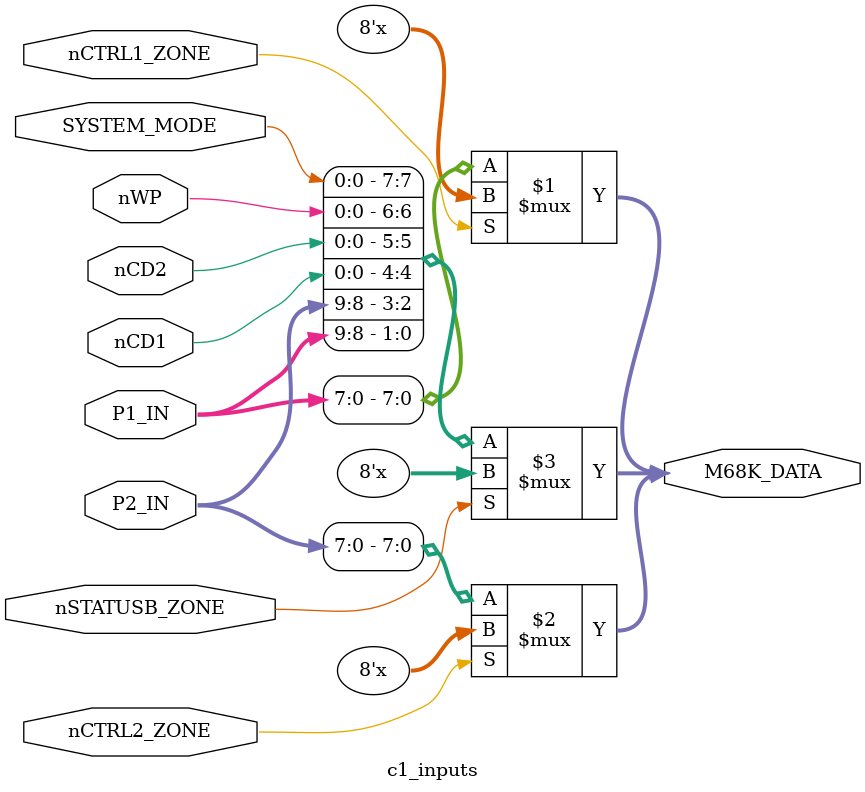
<source format=v>


`timescale 1ns/1ns

module c1_inputs(
	input nCTRL1_ZONE,
	input nCTRL2_ZONE,
	input nSTATUSB_ZONE,
	output [15:8] M68K_DATA,
	input [9:0] P1_IN,
	input [9:0] P2_IN,
	input nWP, nCD2, nCD1,
	input SYSTEM_MODE
);

	// REG_P1CNT
	assign M68K_DATA[15:8] = nCTRL1_ZONE ? 8'bzzzzzzzz : P1_IN[7:0];
	// REG_P2CNT
	assign M68K_DATA[15:8] = nCTRL2_ZONE ? 8'bzzzzzzzz : P2_IN[7:0];
	
	// REG_STATUS_B
	assign M68K_DATA[15:8] = nSTATUSB_ZONE ? 8'bzzzzzzzz : {SYSTEM_MODE, nWP, nCD2, nCD1, P2_IN[9:8], P1_IN[9:8]};
	
endmodule

</source>
